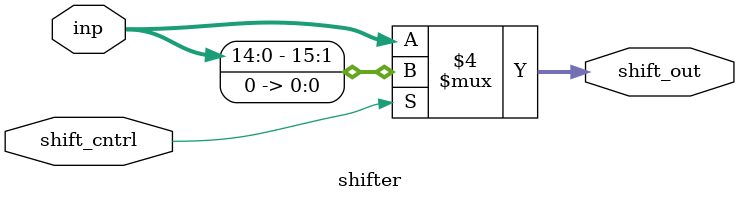
<source format=v>
module shifter( inp, shift_cntrl, shift_out);

input [15:0] inp;
input shift_cntrl;
output reg[15:0] shift_out;


always@(shift_cntrl, inp)
begin
	if(shift_cntrl)
		shift_out  = (inp << 1);
	else 
		shift_out  = inp;
end


endmodule 
</source>
